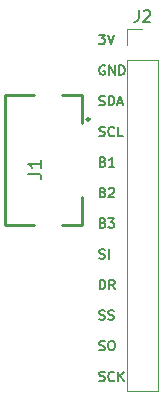
<source format=gbr>
%TF.GenerationSoftware,KiCad,Pcbnew,(7.0.0-0)*%
%TF.CreationDate,2023-06-30T11:37:05+08:00*%
%TF.ProjectId,cirque-connector,63697271-7565-42d6-936f-6e6e6563746f,rev?*%
%TF.SameCoordinates,Original*%
%TF.FileFunction,Legend,Top*%
%TF.FilePolarity,Positive*%
%FSLAX46Y46*%
G04 Gerber Fmt 4.6, Leading zero omitted, Abs format (unit mm)*
G04 Created by KiCad (PCBNEW (7.0.0-0)) date 2023-06-30 11:37:05*
%MOMM*%
%LPD*%
G01*
G04 APERTURE LIST*
%ADD10C,0.200000*%
%ADD11C,0.150000*%
%ADD12C,0.152000*%
%ADD13C,0.120000*%
%ADD14C,0.254000*%
G04 APERTURE END LIST*
D10*
X37314285Y-54113904D02*
X37809523Y-54113904D01*
X37809523Y-54113904D02*
X37542857Y-54418666D01*
X37542857Y-54418666D02*
X37657142Y-54418666D01*
X37657142Y-54418666D02*
X37733333Y-54456761D01*
X37733333Y-54456761D02*
X37771428Y-54494857D01*
X37771428Y-54494857D02*
X37809523Y-54571047D01*
X37809523Y-54571047D02*
X37809523Y-54761523D01*
X37809523Y-54761523D02*
X37771428Y-54837714D01*
X37771428Y-54837714D02*
X37733333Y-54875809D01*
X37733333Y-54875809D02*
X37657142Y-54913904D01*
X37657142Y-54913904D02*
X37428571Y-54913904D01*
X37428571Y-54913904D02*
X37352380Y-54875809D01*
X37352380Y-54875809D02*
X37314285Y-54837714D01*
X38038095Y-54113904D02*
X38304762Y-54913904D01*
X38304762Y-54913904D02*
X38571428Y-54113904D01*
X37809523Y-56744000D02*
X37733333Y-56705904D01*
X37733333Y-56705904D02*
X37619047Y-56705904D01*
X37619047Y-56705904D02*
X37504761Y-56744000D01*
X37504761Y-56744000D02*
X37428571Y-56820190D01*
X37428571Y-56820190D02*
X37390476Y-56896380D01*
X37390476Y-56896380D02*
X37352380Y-57048761D01*
X37352380Y-57048761D02*
X37352380Y-57163047D01*
X37352380Y-57163047D02*
X37390476Y-57315428D01*
X37390476Y-57315428D02*
X37428571Y-57391619D01*
X37428571Y-57391619D02*
X37504761Y-57467809D01*
X37504761Y-57467809D02*
X37619047Y-57505904D01*
X37619047Y-57505904D02*
X37695238Y-57505904D01*
X37695238Y-57505904D02*
X37809523Y-57467809D01*
X37809523Y-57467809D02*
X37847619Y-57429714D01*
X37847619Y-57429714D02*
X37847619Y-57163047D01*
X37847619Y-57163047D02*
X37695238Y-57163047D01*
X38190476Y-57505904D02*
X38190476Y-56705904D01*
X38190476Y-56705904D02*
X38647619Y-57505904D01*
X38647619Y-57505904D02*
X38647619Y-56705904D01*
X39028571Y-57505904D02*
X39028571Y-56705904D01*
X39028571Y-56705904D02*
X39219047Y-56705904D01*
X39219047Y-56705904D02*
X39333333Y-56744000D01*
X39333333Y-56744000D02*
X39409523Y-56820190D01*
X39409523Y-56820190D02*
X39447618Y-56896380D01*
X39447618Y-56896380D02*
X39485714Y-57048761D01*
X39485714Y-57048761D02*
X39485714Y-57163047D01*
X39485714Y-57163047D02*
X39447618Y-57315428D01*
X39447618Y-57315428D02*
X39409523Y-57391619D01*
X39409523Y-57391619D02*
X39333333Y-57467809D01*
X39333333Y-57467809D02*
X39219047Y-57505904D01*
X39219047Y-57505904D02*
X39028571Y-57505904D01*
X37352380Y-60059809D02*
X37466666Y-60097904D01*
X37466666Y-60097904D02*
X37657142Y-60097904D01*
X37657142Y-60097904D02*
X37733333Y-60059809D01*
X37733333Y-60059809D02*
X37771428Y-60021714D01*
X37771428Y-60021714D02*
X37809523Y-59945523D01*
X37809523Y-59945523D02*
X37809523Y-59869333D01*
X37809523Y-59869333D02*
X37771428Y-59793142D01*
X37771428Y-59793142D02*
X37733333Y-59755047D01*
X37733333Y-59755047D02*
X37657142Y-59716952D01*
X37657142Y-59716952D02*
X37504761Y-59678857D01*
X37504761Y-59678857D02*
X37428571Y-59640761D01*
X37428571Y-59640761D02*
X37390476Y-59602666D01*
X37390476Y-59602666D02*
X37352380Y-59526476D01*
X37352380Y-59526476D02*
X37352380Y-59450285D01*
X37352380Y-59450285D02*
X37390476Y-59374095D01*
X37390476Y-59374095D02*
X37428571Y-59336000D01*
X37428571Y-59336000D02*
X37504761Y-59297904D01*
X37504761Y-59297904D02*
X37695238Y-59297904D01*
X37695238Y-59297904D02*
X37809523Y-59336000D01*
X38152381Y-60097904D02*
X38152381Y-59297904D01*
X38152381Y-59297904D02*
X38342857Y-59297904D01*
X38342857Y-59297904D02*
X38457143Y-59336000D01*
X38457143Y-59336000D02*
X38533333Y-59412190D01*
X38533333Y-59412190D02*
X38571428Y-59488380D01*
X38571428Y-59488380D02*
X38609524Y-59640761D01*
X38609524Y-59640761D02*
X38609524Y-59755047D01*
X38609524Y-59755047D02*
X38571428Y-59907428D01*
X38571428Y-59907428D02*
X38533333Y-59983619D01*
X38533333Y-59983619D02*
X38457143Y-60059809D01*
X38457143Y-60059809D02*
X38342857Y-60097904D01*
X38342857Y-60097904D02*
X38152381Y-60097904D01*
X38914285Y-59869333D02*
X39295238Y-59869333D01*
X38838095Y-60097904D02*
X39104762Y-59297904D01*
X39104762Y-59297904D02*
X39371428Y-60097904D01*
X37352380Y-62651809D02*
X37466666Y-62689904D01*
X37466666Y-62689904D02*
X37657142Y-62689904D01*
X37657142Y-62689904D02*
X37733333Y-62651809D01*
X37733333Y-62651809D02*
X37771428Y-62613714D01*
X37771428Y-62613714D02*
X37809523Y-62537523D01*
X37809523Y-62537523D02*
X37809523Y-62461333D01*
X37809523Y-62461333D02*
X37771428Y-62385142D01*
X37771428Y-62385142D02*
X37733333Y-62347047D01*
X37733333Y-62347047D02*
X37657142Y-62308952D01*
X37657142Y-62308952D02*
X37504761Y-62270857D01*
X37504761Y-62270857D02*
X37428571Y-62232761D01*
X37428571Y-62232761D02*
X37390476Y-62194666D01*
X37390476Y-62194666D02*
X37352380Y-62118476D01*
X37352380Y-62118476D02*
X37352380Y-62042285D01*
X37352380Y-62042285D02*
X37390476Y-61966095D01*
X37390476Y-61966095D02*
X37428571Y-61928000D01*
X37428571Y-61928000D02*
X37504761Y-61889904D01*
X37504761Y-61889904D02*
X37695238Y-61889904D01*
X37695238Y-61889904D02*
X37809523Y-61928000D01*
X38609524Y-62613714D02*
X38571428Y-62651809D01*
X38571428Y-62651809D02*
X38457143Y-62689904D01*
X38457143Y-62689904D02*
X38380952Y-62689904D01*
X38380952Y-62689904D02*
X38266666Y-62651809D01*
X38266666Y-62651809D02*
X38190476Y-62575619D01*
X38190476Y-62575619D02*
X38152381Y-62499428D01*
X38152381Y-62499428D02*
X38114285Y-62347047D01*
X38114285Y-62347047D02*
X38114285Y-62232761D01*
X38114285Y-62232761D02*
X38152381Y-62080380D01*
X38152381Y-62080380D02*
X38190476Y-62004190D01*
X38190476Y-62004190D02*
X38266666Y-61928000D01*
X38266666Y-61928000D02*
X38380952Y-61889904D01*
X38380952Y-61889904D02*
X38457143Y-61889904D01*
X38457143Y-61889904D02*
X38571428Y-61928000D01*
X38571428Y-61928000D02*
X38609524Y-61966095D01*
X39333333Y-62689904D02*
X38952381Y-62689904D01*
X38952381Y-62689904D02*
X38952381Y-61889904D01*
X37657142Y-64862857D02*
X37771428Y-64900952D01*
X37771428Y-64900952D02*
X37809523Y-64939047D01*
X37809523Y-64939047D02*
X37847619Y-65015238D01*
X37847619Y-65015238D02*
X37847619Y-65129523D01*
X37847619Y-65129523D02*
X37809523Y-65205714D01*
X37809523Y-65205714D02*
X37771428Y-65243809D01*
X37771428Y-65243809D02*
X37695238Y-65281904D01*
X37695238Y-65281904D02*
X37390476Y-65281904D01*
X37390476Y-65281904D02*
X37390476Y-64481904D01*
X37390476Y-64481904D02*
X37657142Y-64481904D01*
X37657142Y-64481904D02*
X37733333Y-64520000D01*
X37733333Y-64520000D02*
X37771428Y-64558095D01*
X37771428Y-64558095D02*
X37809523Y-64634285D01*
X37809523Y-64634285D02*
X37809523Y-64710476D01*
X37809523Y-64710476D02*
X37771428Y-64786666D01*
X37771428Y-64786666D02*
X37733333Y-64824761D01*
X37733333Y-64824761D02*
X37657142Y-64862857D01*
X37657142Y-64862857D02*
X37390476Y-64862857D01*
X38609523Y-65281904D02*
X38152380Y-65281904D01*
X38380952Y-65281904D02*
X38380952Y-64481904D01*
X38380952Y-64481904D02*
X38304761Y-64596190D01*
X38304761Y-64596190D02*
X38228571Y-64672380D01*
X38228571Y-64672380D02*
X38152380Y-64710476D01*
X37657142Y-67454857D02*
X37771428Y-67492952D01*
X37771428Y-67492952D02*
X37809523Y-67531047D01*
X37809523Y-67531047D02*
X37847619Y-67607238D01*
X37847619Y-67607238D02*
X37847619Y-67721523D01*
X37847619Y-67721523D02*
X37809523Y-67797714D01*
X37809523Y-67797714D02*
X37771428Y-67835809D01*
X37771428Y-67835809D02*
X37695238Y-67873904D01*
X37695238Y-67873904D02*
X37390476Y-67873904D01*
X37390476Y-67873904D02*
X37390476Y-67073904D01*
X37390476Y-67073904D02*
X37657142Y-67073904D01*
X37657142Y-67073904D02*
X37733333Y-67112000D01*
X37733333Y-67112000D02*
X37771428Y-67150095D01*
X37771428Y-67150095D02*
X37809523Y-67226285D01*
X37809523Y-67226285D02*
X37809523Y-67302476D01*
X37809523Y-67302476D02*
X37771428Y-67378666D01*
X37771428Y-67378666D02*
X37733333Y-67416761D01*
X37733333Y-67416761D02*
X37657142Y-67454857D01*
X37657142Y-67454857D02*
X37390476Y-67454857D01*
X38152380Y-67150095D02*
X38190476Y-67112000D01*
X38190476Y-67112000D02*
X38266666Y-67073904D01*
X38266666Y-67073904D02*
X38457142Y-67073904D01*
X38457142Y-67073904D02*
X38533333Y-67112000D01*
X38533333Y-67112000D02*
X38571428Y-67150095D01*
X38571428Y-67150095D02*
X38609523Y-67226285D01*
X38609523Y-67226285D02*
X38609523Y-67302476D01*
X38609523Y-67302476D02*
X38571428Y-67416761D01*
X38571428Y-67416761D02*
X38114285Y-67873904D01*
X38114285Y-67873904D02*
X38609523Y-67873904D01*
X37657142Y-70046857D02*
X37771428Y-70084952D01*
X37771428Y-70084952D02*
X37809523Y-70123047D01*
X37809523Y-70123047D02*
X37847619Y-70199238D01*
X37847619Y-70199238D02*
X37847619Y-70313523D01*
X37847619Y-70313523D02*
X37809523Y-70389714D01*
X37809523Y-70389714D02*
X37771428Y-70427809D01*
X37771428Y-70427809D02*
X37695238Y-70465904D01*
X37695238Y-70465904D02*
X37390476Y-70465904D01*
X37390476Y-70465904D02*
X37390476Y-69665904D01*
X37390476Y-69665904D02*
X37657142Y-69665904D01*
X37657142Y-69665904D02*
X37733333Y-69704000D01*
X37733333Y-69704000D02*
X37771428Y-69742095D01*
X37771428Y-69742095D02*
X37809523Y-69818285D01*
X37809523Y-69818285D02*
X37809523Y-69894476D01*
X37809523Y-69894476D02*
X37771428Y-69970666D01*
X37771428Y-69970666D02*
X37733333Y-70008761D01*
X37733333Y-70008761D02*
X37657142Y-70046857D01*
X37657142Y-70046857D02*
X37390476Y-70046857D01*
X38114285Y-69665904D02*
X38609523Y-69665904D01*
X38609523Y-69665904D02*
X38342857Y-69970666D01*
X38342857Y-69970666D02*
X38457142Y-69970666D01*
X38457142Y-69970666D02*
X38533333Y-70008761D01*
X38533333Y-70008761D02*
X38571428Y-70046857D01*
X38571428Y-70046857D02*
X38609523Y-70123047D01*
X38609523Y-70123047D02*
X38609523Y-70313523D01*
X38609523Y-70313523D02*
X38571428Y-70389714D01*
X38571428Y-70389714D02*
X38533333Y-70427809D01*
X38533333Y-70427809D02*
X38457142Y-70465904D01*
X38457142Y-70465904D02*
X38228571Y-70465904D01*
X38228571Y-70465904D02*
X38152380Y-70427809D01*
X38152380Y-70427809D02*
X38114285Y-70389714D01*
X37352380Y-73019809D02*
X37466666Y-73057904D01*
X37466666Y-73057904D02*
X37657142Y-73057904D01*
X37657142Y-73057904D02*
X37733333Y-73019809D01*
X37733333Y-73019809D02*
X37771428Y-72981714D01*
X37771428Y-72981714D02*
X37809523Y-72905523D01*
X37809523Y-72905523D02*
X37809523Y-72829333D01*
X37809523Y-72829333D02*
X37771428Y-72753142D01*
X37771428Y-72753142D02*
X37733333Y-72715047D01*
X37733333Y-72715047D02*
X37657142Y-72676952D01*
X37657142Y-72676952D02*
X37504761Y-72638857D01*
X37504761Y-72638857D02*
X37428571Y-72600761D01*
X37428571Y-72600761D02*
X37390476Y-72562666D01*
X37390476Y-72562666D02*
X37352380Y-72486476D01*
X37352380Y-72486476D02*
X37352380Y-72410285D01*
X37352380Y-72410285D02*
X37390476Y-72334095D01*
X37390476Y-72334095D02*
X37428571Y-72296000D01*
X37428571Y-72296000D02*
X37504761Y-72257904D01*
X37504761Y-72257904D02*
X37695238Y-72257904D01*
X37695238Y-72257904D02*
X37809523Y-72296000D01*
X38152381Y-73057904D02*
X38152381Y-72257904D01*
X37390476Y-75649904D02*
X37390476Y-74849904D01*
X37390476Y-74849904D02*
X37580952Y-74849904D01*
X37580952Y-74849904D02*
X37695238Y-74888000D01*
X37695238Y-74888000D02*
X37771428Y-74964190D01*
X37771428Y-74964190D02*
X37809523Y-75040380D01*
X37809523Y-75040380D02*
X37847619Y-75192761D01*
X37847619Y-75192761D02*
X37847619Y-75307047D01*
X37847619Y-75307047D02*
X37809523Y-75459428D01*
X37809523Y-75459428D02*
X37771428Y-75535619D01*
X37771428Y-75535619D02*
X37695238Y-75611809D01*
X37695238Y-75611809D02*
X37580952Y-75649904D01*
X37580952Y-75649904D02*
X37390476Y-75649904D01*
X38647619Y-75649904D02*
X38380952Y-75268952D01*
X38190476Y-75649904D02*
X38190476Y-74849904D01*
X38190476Y-74849904D02*
X38495238Y-74849904D01*
X38495238Y-74849904D02*
X38571428Y-74888000D01*
X38571428Y-74888000D02*
X38609523Y-74926095D01*
X38609523Y-74926095D02*
X38647619Y-75002285D01*
X38647619Y-75002285D02*
X38647619Y-75116571D01*
X38647619Y-75116571D02*
X38609523Y-75192761D01*
X38609523Y-75192761D02*
X38571428Y-75230857D01*
X38571428Y-75230857D02*
X38495238Y-75268952D01*
X38495238Y-75268952D02*
X38190476Y-75268952D01*
X37352380Y-78203809D02*
X37466666Y-78241904D01*
X37466666Y-78241904D02*
X37657142Y-78241904D01*
X37657142Y-78241904D02*
X37733333Y-78203809D01*
X37733333Y-78203809D02*
X37771428Y-78165714D01*
X37771428Y-78165714D02*
X37809523Y-78089523D01*
X37809523Y-78089523D02*
X37809523Y-78013333D01*
X37809523Y-78013333D02*
X37771428Y-77937142D01*
X37771428Y-77937142D02*
X37733333Y-77899047D01*
X37733333Y-77899047D02*
X37657142Y-77860952D01*
X37657142Y-77860952D02*
X37504761Y-77822857D01*
X37504761Y-77822857D02*
X37428571Y-77784761D01*
X37428571Y-77784761D02*
X37390476Y-77746666D01*
X37390476Y-77746666D02*
X37352380Y-77670476D01*
X37352380Y-77670476D02*
X37352380Y-77594285D01*
X37352380Y-77594285D02*
X37390476Y-77518095D01*
X37390476Y-77518095D02*
X37428571Y-77480000D01*
X37428571Y-77480000D02*
X37504761Y-77441904D01*
X37504761Y-77441904D02*
X37695238Y-77441904D01*
X37695238Y-77441904D02*
X37809523Y-77480000D01*
X38114285Y-78203809D02*
X38228571Y-78241904D01*
X38228571Y-78241904D02*
X38419047Y-78241904D01*
X38419047Y-78241904D02*
X38495238Y-78203809D01*
X38495238Y-78203809D02*
X38533333Y-78165714D01*
X38533333Y-78165714D02*
X38571428Y-78089523D01*
X38571428Y-78089523D02*
X38571428Y-78013333D01*
X38571428Y-78013333D02*
X38533333Y-77937142D01*
X38533333Y-77937142D02*
X38495238Y-77899047D01*
X38495238Y-77899047D02*
X38419047Y-77860952D01*
X38419047Y-77860952D02*
X38266666Y-77822857D01*
X38266666Y-77822857D02*
X38190476Y-77784761D01*
X38190476Y-77784761D02*
X38152381Y-77746666D01*
X38152381Y-77746666D02*
X38114285Y-77670476D01*
X38114285Y-77670476D02*
X38114285Y-77594285D01*
X38114285Y-77594285D02*
X38152381Y-77518095D01*
X38152381Y-77518095D02*
X38190476Y-77480000D01*
X38190476Y-77480000D02*
X38266666Y-77441904D01*
X38266666Y-77441904D02*
X38457143Y-77441904D01*
X38457143Y-77441904D02*
X38571428Y-77480000D01*
X37352380Y-80795809D02*
X37466666Y-80833904D01*
X37466666Y-80833904D02*
X37657142Y-80833904D01*
X37657142Y-80833904D02*
X37733333Y-80795809D01*
X37733333Y-80795809D02*
X37771428Y-80757714D01*
X37771428Y-80757714D02*
X37809523Y-80681523D01*
X37809523Y-80681523D02*
X37809523Y-80605333D01*
X37809523Y-80605333D02*
X37771428Y-80529142D01*
X37771428Y-80529142D02*
X37733333Y-80491047D01*
X37733333Y-80491047D02*
X37657142Y-80452952D01*
X37657142Y-80452952D02*
X37504761Y-80414857D01*
X37504761Y-80414857D02*
X37428571Y-80376761D01*
X37428571Y-80376761D02*
X37390476Y-80338666D01*
X37390476Y-80338666D02*
X37352380Y-80262476D01*
X37352380Y-80262476D02*
X37352380Y-80186285D01*
X37352380Y-80186285D02*
X37390476Y-80110095D01*
X37390476Y-80110095D02*
X37428571Y-80072000D01*
X37428571Y-80072000D02*
X37504761Y-80033904D01*
X37504761Y-80033904D02*
X37695238Y-80033904D01*
X37695238Y-80033904D02*
X37809523Y-80072000D01*
X38304762Y-80033904D02*
X38457143Y-80033904D01*
X38457143Y-80033904D02*
X38533333Y-80072000D01*
X38533333Y-80072000D02*
X38609524Y-80148190D01*
X38609524Y-80148190D02*
X38647619Y-80300571D01*
X38647619Y-80300571D02*
X38647619Y-80567238D01*
X38647619Y-80567238D02*
X38609524Y-80719619D01*
X38609524Y-80719619D02*
X38533333Y-80795809D01*
X38533333Y-80795809D02*
X38457143Y-80833904D01*
X38457143Y-80833904D02*
X38304762Y-80833904D01*
X38304762Y-80833904D02*
X38228571Y-80795809D01*
X38228571Y-80795809D02*
X38152381Y-80719619D01*
X38152381Y-80719619D02*
X38114285Y-80567238D01*
X38114285Y-80567238D02*
X38114285Y-80300571D01*
X38114285Y-80300571D02*
X38152381Y-80148190D01*
X38152381Y-80148190D02*
X38228571Y-80072000D01*
X38228571Y-80072000D02*
X38304762Y-80033904D01*
X37352380Y-83387809D02*
X37466666Y-83425904D01*
X37466666Y-83425904D02*
X37657142Y-83425904D01*
X37657142Y-83425904D02*
X37733333Y-83387809D01*
X37733333Y-83387809D02*
X37771428Y-83349714D01*
X37771428Y-83349714D02*
X37809523Y-83273523D01*
X37809523Y-83273523D02*
X37809523Y-83197333D01*
X37809523Y-83197333D02*
X37771428Y-83121142D01*
X37771428Y-83121142D02*
X37733333Y-83083047D01*
X37733333Y-83083047D02*
X37657142Y-83044952D01*
X37657142Y-83044952D02*
X37504761Y-83006857D01*
X37504761Y-83006857D02*
X37428571Y-82968761D01*
X37428571Y-82968761D02*
X37390476Y-82930666D01*
X37390476Y-82930666D02*
X37352380Y-82854476D01*
X37352380Y-82854476D02*
X37352380Y-82778285D01*
X37352380Y-82778285D02*
X37390476Y-82702095D01*
X37390476Y-82702095D02*
X37428571Y-82664000D01*
X37428571Y-82664000D02*
X37504761Y-82625904D01*
X37504761Y-82625904D02*
X37695238Y-82625904D01*
X37695238Y-82625904D02*
X37809523Y-82664000D01*
X38609524Y-83349714D02*
X38571428Y-83387809D01*
X38571428Y-83387809D02*
X38457143Y-83425904D01*
X38457143Y-83425904D02*
X38380952Y-83425904D01*
X38380952Y-83425904D02*
X38266666Y-83387809D01*
X38266666Y-83387809D02*
X38190476Y-83311619D01*
X38190476Y-83311619D02*
X38152381Y-83235428D01*
X38152381Y-83235428D02*
X38114285Y-83083047D01*
X38114285Y-83083047D02*
X38114285Y-82968761D01*
X38114285Y-82968761D02*
X38152381Y-82816380D01*
X38152381Y-82816380D02*
X38190476Y-82740190D01*
X38190476Y-82740190D02*
X38266666Y-82664000D01*
X38266666Y-82664000D02*
X38380952Y-82625904D01*
X38380952Y-82625904D02*
X38457143Y-82625904D01*
X38457143Y-82625904D02*
X38571428Y-82664000D01*
X38571428Y-82664000D02*
X38609524Y-82702095D01*
X38952381Y-83425904D02*
X38952381Y-82625904D01*
X39409524Y-83425904D02*
X39066666Y-82968761D01*
X39409524Y-82625904D02*
X38952381Y-83083047D01*
D11*
%TO.C,J2*%
X40666666Y-52017380D02*
X40666666Y-52731666D01*
X40666666Y-52731666D02*
X40619047Y-52874523D01*
X40619047Y-52874523D02*
X40523809Y-52969761D01*
X40523809Y-52969761D02*
X40380952Y-53017380D01*
X40380952Y-53017380D02*
X40285714Y-53017380D01*
X41095238Y-52112619D02*
X41142857Y-52065000D01*
X41142857Y-52065000D02*
X41238095Y-52017380D01*
X41238095Y-52017380D02*
X41476190Y-52017380D01*
X41476190Y-52017380D02*
X41571428Y-52065000D01*
X41571428Y-52065000D02*
X41619047Y-52112619D01*
X41619047Y-52112619D02*
X41666666Y-52207857D01*
X41666666Y-52207857D02*
X41666666Y-52303095D01*
X41666666Y-52303095D02*
X41619047Y-52445952D01*
X41619047Y-52445952D02*
X41047619Y-53017380D01*
X41047619Y-53017380D02*
X41666666Y-53017380D01*
D12*
%TO.C,J1*%
X31276916Y-65860713D02*
X32093345Y-65860713D01*
X32093345Y-65860713D02*
X32256630Y-65915142D01*
X32256630Y-65915142D02*
X32365487Y-66023999D01*
X32365487Y-66023999D02*
X32419916Y-66187285D01*
X32419916Y-66187285D02*
X32419916Y-66296142D01*
X32419916Y-64717713D02*
X32419916Y-65370856D01*
X32419916Y-65044285D02*
X31276916Y-65044285D01*
X31276916Y-65044285D02*
X31440202Y-65153142D01*
X31440202Y-65153142D02*
X31549059Y-65261999D01*
X31549059Y-65261999D02*
X31603487Y-65370856D01*
D13*
%TO.C,J2*%
X39670000Y-53650000D02*
X41000000Y-53650000D01*
X39670000Y-54980000D02*
X39670000Y-53650000D01*
X39670000Y-56250000D02*
X39670000Y-84250000D01*
X39670000Y-56250000D02*
X42330000Y-56250000D01*
X39670000Y-84250000D02*
X42330000Y-84250000D01*
X42330000Y-56250000D02*
X42330000Y-84250000D01*
D14*
%TO.C,J1*%
X35886000Y-59200000D02*
X35886000Y-61569000D01*
X34225000Y-59200000D02*
X35886000Y-59200000D01*
X29391000Y-59200000D02*
X31774000Y-59200000D01*
X35886000Y-70200000D02*
X35886000Y-67831000D01*
X34225000Y-70200000D02*
X35886000Y-70200000D01*
X29391000Y-70200000D02*
X29391000Y-59200000D01*
X29391000Y-70200000D02*
X31774000Y-70200000D01*
X36521000Y-61271000D02*
G75*
G03*
X36521000Y-61271000I-127000J0D01*
G01*
%TD*%
M02*

</source>
